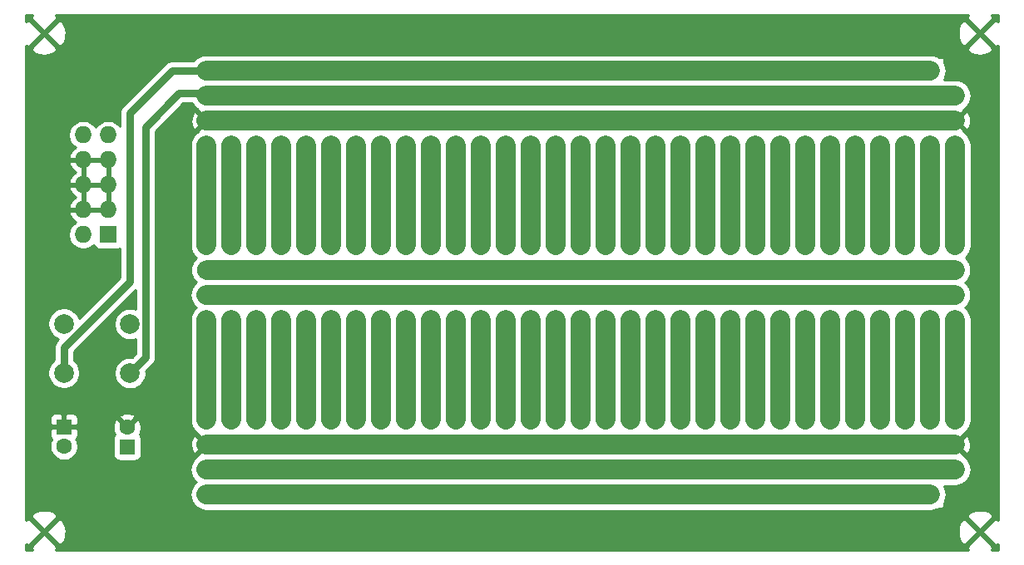
<source format=gbr>
G04 #@! TF.GenerationSoftware,KiCad,Pcbnew,5.1.5-52549c5~84~ubuntu18.04.1*
G04 #@! TF.CreationDate,2020-07-05T07:32:41-04:00*
G04 #@! TF.ProjectId,kosmo_proto,6b6f736d-6f5f-4707-926f-746f2e6b6963,rev?*
G04 #@! TF.SameCoordinates,Original*
G04 #@! TF.FileFunction,Copper,L2,Bot*
G04 #@! TF.FilePolarity,Positive*
%FSLAX46Y46*%
G04 Gerber Fmt 4.6, Leading zero omitted, Abs format (unit mm)*
G04 Created by KiCad (PCBNEW 5.1.5-52549c5~84~ubuntu18.04.1) date 2020-07-05 07:32:41*
%MOMM*%
%LPD*%
G04 APERTURE LIST*
%ADD10C,1.600000*%
%ADD11R,1.600000X1.600000*%
%ADD12C,1.905000*%
%ADD13O,1.727200X1.727200*%
%ADD14R,1.727200X1.727200*%
%ADD15C,2.000000*%
%ADD16C,2.032000*%
%ADD17C,0.750000*%
%ADD18C,0.254000*%
G04 APERTURE END LIST*
D10*
X50269000Y-97968000D03*
D11*
X50269000Y-95968000D03*
D10*
X56715000Y-96000000D03*
D11*
X56715000Y-98000000D03*
D12*
X140970000Y-100330000D03*
X140970000Y-97790000D03*
X140957300Y-82524600D03*
X140957300Y-79984600D03*
X140957300Y-87604600D03*
X140957300Y-92684600D03*
X140957300Y-90144600D03*
X140957300Y-95224600D03*
X140957300Y-85064600D03*
X140957300Y-67284600D03*
X140957300Y-77444600D03*
X140957300Y-69824600D03*
X140957300Y-72364600D03*
X140957300Y-74904600D03*
X140995000Y-64773000D03*
X140970000Y-62230000D03*
X110477300Y-82524600D03*
X118110000Y-59690000D03*
X130797300Y-74904600D03*
X107937300Y-90144600D03*
X138455000Y-64773000D03*
X130797300Y-77444600D03*
X120637300Y-90144600D03*
X120637300Y-72364600D03*
X128257300Y-72364600D03*
X133337300Y-85064600D03*
X125717300Y-69824600D03*
X107937300Y-74904600D03*
X105397300Y-72364600D03*
X135877300Y-77444600D03*
X107950000Y-62230000D03*
X107937300Y-87604600D03*
X135877300Y-72364600D03*
X138417300Y-87604600D03*
X118097300Y-90144600D03*
X138417300Y-77444600D03*
X125717300Y-82524600D03*
X138430000Y-100330000D03*
X110477300Y-92684600D03*
X105397300Y-74904600D03*
X133337300Y-72364600D03*
X135877300Y-82524600D03*
X128257300Y-82524600D03*
X118110000Y-102870000D03*
X123177300Y-87604600D03*
X115557300Y-77444600D03*
X125755000Y-64773000D03*
X113017300Y-79984600D03*
X120650000Y-59690000D03*
X130810000Y-62230000D03*
X125730000Y-102870000D03*
X135877300Y-67284600D03*
X118097300Y-92684600D03*
X123177300Y-79984600D03*
X133350000Y-59690000D03*
X138417300Y-79984600D03*
X125717300Y-90144600D03*
X123177300Y-67284600D03*
X125717300Y-79984600D03*
X118097300Y-87604600D03*
X105435000Y-64773000D03*
X118097300Y-74904600D03*
X123190000Y-97790000D03*
X133337300Y-79984600D03*
X128295000Y-64773000D03*
X130797300Y-90144600D03*
X113030000Y-95250000D03*
X110490000Y-97790000D03*
X120637300Y-69824600D03*
X133337300Y-82524600D03*
X115557300Y-79984600D03*
X113017300Y-67284600D03*
X133337300Y-69824600D03*
X128257300Y-87604600D03*
X125717300Y-85064600D03*
X110477300Y-79984600D03*
X115570000Y-95250000D03*
X113017300Y-90144600D03*
X115557300Y-82524600D03*
X130835000Y-64773000D03*
X105397300Y-79984600D03*
X120650000Y-97790000D03*
X138417300Y-67284600D03*
X105397300Y-82524600D03*
X130797300Y-85064600D03*
X123190000Y-95250000D03*
X118097300Y-82524600D03*
X107937300Y-67284600D03*
X123177300Y-77444600D03*
X125730000Y-95250000D03*
X138417300Y-85064600D03*
X133350000Y-102870000D03*
X113017300Y-87604600D03*
X130797300Y-79984600D03*
X135877300Y-90144600D03*
X125730000Y-97790000D03*
X107950000Y-102870000D03*
X115557300Y-90144600D03*
X118110000Y-97790000D03*
X123190000Y-100330000D03*
X118097300Y-79984600D03*
X115595000Y-64773000D03*
X107950000Y-97790000D03*
X123177300Y-90144600D03*
X138417300Y-72364600D03*
X113017300Y-92684600D03*
X113030000Y-59690000D03*
X118097300Y-67284600D03*
X138417300Y-74904600D03*
X107937300Y-69824600D03*
X107937300Y-82524600D03*
X128257300Y-79984600D03*
X125717300Y-74904600D03*
X110490000Y-100330000D03*
X105397300Y-77444600D03*
X110490000Y-62230000D03*
X110515000Y-64773000D03*
X138430000Y-62230000D03*
X120637300Y-92684600D03*
X105410000Y-102870000D03*
X130810000Y-100330000D03*
X120650000Y-100330000D03*
X110490000Y-95250000D03*
X133350000Y-62230000D03*
X128270000Y-100330000D03*
X115570000Y-97790000D03*
X133337300Y-90144600D03*
X135890000Y-102870000D03*
X130797300Y-69824600D03*
X107937300Y-77444600D03*
X133337300Y-92684600D03*
X113017300Y-74904600D03*
X123177300Y-82524600D03*
X123177300Y-72364600D03*
X130797300Y-82524600D03*
X105410000Y-100330000D03*
X130797300Y-72364600D03*
X123215000Y-64773000D03*
X115570000Y-59690000D03*
X138430000Y-95250000D03*
X110477300Y-90144600D03*
X130797300Y-87604600D03*
X130810000Y-95250000D03*
X113017300Y-69824600D03*
X135890000Y-62230000D03*
X130810000Y-102870000D03*
X115557300Y-69824600D03*
X107937300Y-85064600D03*
X133337300Y-74904600D03*
X105397300Y-67284600D03*
X118110000Y-62230000D03*
X107950000Y-59690000D03*
X128270000Y-97790000D03*
X128270000Y-59690000D03*
X138430000Y-102870000D03*
X110477300Y-77444600D03*
X138417300Y-82524600D03*
X125717300Y-87604600D03*
X105397300Y-92684600D03*
X113017300Y-72364600D03*
X138417300Y-90144600D03*
X107950000Y-100330000D03*
X110477300Y-74904600D03*
X107937300Y-92684600D03*
X128257300Y-90144600D03*
X115557300Y-74904600D03*
X125717300Y-72364600D03*
X113017300Y-77444600D03*
X138417300Y-69824600D03*
X120637300Y-74904600D03*
X107950000Y-95250000D03*
X105397300Y-85064600D03*
X128257300Y-77444600D03*
X123190000Y-62230000D03*
X135890000Y-97790000D03*
X135877300Y-69824600D03*
X123177300Y-85064600D03*
X118097300Y-85064600D03*
X128270000Y-62230000D03*
X128257300Y-85064600D03*
X135890000Y-100330000D03*
X113017300Y-82524600D03*
X107937300Y-79984600D03*
X133375000Y-64773000D03*
X113030000Y-62230000D03*
X135915000Y-64773000D03*
X123177300Y-69824600D03*
X128270000Y-95250000D03*
X113030000Y-102870000D03*
X110477300Y-87604600D03*
X133350000Y-95250000D03*
X105397300Y-69824600D03*
X110477300Y-69824600D03*
X115570000Y-62230000D03*
X115557300Y-72364600D03*
X123190000Y-102870000D03*
X138430000Y-97790000D03*
X115557300Y-92684600D03*
X135877300Y-74904600D03*
X130810000Y-97790000D03*
X107975000Y-64773000D03*
X115557300Y-87604600D03*
X123177300Y-92684600D03*
X128257300Y-67284600D03*
X128270000Y-102870000D03*
X115570000Y-102870000D03*
X105397300Y-87604600D03*
X118110000Y-100330000D03*
X128257300Y-69824600D03*
X130797300Y-67284600D03*
X120650000Y-62230000D03*
X118097300Y-72364600D03*
X115557300Y-85064600D03*
X120637300Y-77444600D03*
X113030000Y-97790000D03*
X120650000Y-102870000D03*
X125730000Y-62230000D03*
X125717300Y-92684600D03*
X125717300Y-77444600D03*
X118097300Y-69824600D03*
X135877300Y-92684600D03*
X133350000Y-97790000D03*
X118097300Y-77444600D03*
X130810000Y-59690000D03*
X105410000Y-59690000D03*
X105410000Y-95250000D03*
X120637300Y-82524600D03*
X110477300Y-85064600D03*
X135877300Y-85064600D03*
X120637300Y-79984600D03*
X128257300Y-92684600D03*
X110477300Y-67284600D03*
X135890000Y-59690000D03*
X118110000Y-95250000D03*
X123190000Y-59690000D03*
X118135000Y-64773000D03*
X123177300Y-74904600D03*
X125717300Y-67284600D03*
X133337300Y-87604600D03*
X120637300Y-85064600D03*
X130797300Y-92684600D03*
X105397300Y-90144600D03*
X105410000Y-62230000D03*
X125730000Y-100330000D03*
X113055000Y-64773000D03*
X120650000Y-95250000D03*
X133350000Y-100330000D03*
X110490000Y-102870000D03*
X113030000Y-100330000D03*
X113017300Y-85064600D03*
X135877300Y-79984600D03*
X138430000Y-59690000D03*
X133337300Y-67284600D03*
X110490000Y-59690000D03*
X135877300Y-87604600D03*
X133337300Y-77444600D03*
X115570000Y-100330000D03*
X138417300Y-92684600D03*
X120637300Y-67284600D03*
X120675000Y-64773000D03*
X107937300Y-72364600D03*
X120637300Y-87604600D03*
X128257300Y-74904600D03*
X105410000Y-97790000D03*
X135890000Y-95250000D03*
X125730000Y-59690000D03*
X115557300Y-67284600D03*
X110477300Y-72364600D03*
X100317300Y-74904600D03*
X100317300Y-77444600D03*
X97777300Y-72364600D03*
X102857300Y-85064600D03*
X95237300Y-69824600D03*
X95237300Y-82524600D03*
X102857300Y-72364600D03*
X97777300Y-82524600D03*
X95275000Y-64773000D03*
X100330000Y-62230000D03*
X95250000Y-102870000D03*
X102870000Y-59690000D03*
X95237300Y-90144600D03*
X95237300Y-79984600D03*
X102857300Y-79984600D03*
X97815000Y-64773000D03*
X100317300Y-90144600D03*
X102857300Y-82524600D03*
X102857300Y-69824600D03*
X97777300Y-87604600D03*
X95237300Y-85064600D03*
X100355000Y-64773000D03*
X100317300Y-85064600D03*
X95250000Y-95250000D03*
X102870000Y-102870000D03*
X100317300Y-79984600D03*
X95250000Y-97790000D03*
X97777300Y-79984600D03*
X95237300Y-74904600D03*
X100330000Y-100330000D03*
X102870000Y-62230000D03*
X97790000Y-100330000D03*
X102857300Y-90144600D03*
X100317300Y-69824600D03*
X102857300Y-92684600D03*
X100317300Y-82524600D03*
X100317300Y-72364600D03*
X100317300Y-87604600D03*
X100330000Y-95250000D03*
X100330000Y-102870000D03*
X102857300Y-74904600D03*
X97790000Y-97790000D03*
X97790000Y-59690000D03*
X95237300Y-87604600D03*
X97777300Y-90144600D03*
X95237300Y-72364600D03*
X97777300Y-77444600D03*
X97790000Y-62230000D03*
X97777300Y-85064600D03*
X102895000Y-64773000D03*
X97790000Y-95250000D03*
X102870000Y-95250000D03*
X100330000Y-97790000D03*
X97777300Y-67284600D03*
X97790000Y-102870000D03*
X97777300Y-69824600D03*
X100317300Y-67284600D03*
X95250000Y-62230000D03*
X95237300Y-92684600D03*
X95237300Y-77444600D03*
X102870000Y-97790000D03*
X100330000Y-59690000D03*
X97777300Y-92684600D03*
X95237300Y-67284600D03*
X102857300Y-87604600D03*
X100317300Y-92684600D03*
X95250000Y-100330000D03*
X102870000Y-100330000D03*
X102857300Y-67284600D03*
X102857300Y-77444600D03*
X97777300Y-74904600D03*
X95250000Y-59690000D03*
X87630000Y-59690000D03*
X90157300Y-90144600D03*
X90157300Y-72364600D03*
X87617300Y-90144600D03*
X87630000Y-102870000D03*
X92697300Y-87604600D03*
X85077300Y-77444600D03*
X90170000Y-59690000D03*
X87617300Y-92684600D03*
X92697300Y-79984600D03*
X92697300Y-67284600D03*
X87617300Y-87604600D03*
X87617300Y-74904600D03*
X92710000Y-97790000D03*
X90157300Y-69824600D03*
X85077300Y-79984600D03*
X85090000Y-95250000D03*
X85077300Y-82524600D03*
X90170000Y-97790000D03*
X92710000Y-95250000D03*
X87617300Y-82524600D03*
X92697300Y-77444600D03*
X85077300Y-90144600D03*
X87630000Y-97790000D03*
X92710000Y-100330000D03*
X87617300Y-79984600D03*
X85115000Y-64773000D03*
X92697300Y-90144600D03*
X87617300Y-67284600D03*
X90157300Y-92684600D03*
X90170000Y-100330000D03*
X85090000Y-97790000D03*
X92697300Y-82524600D03*
X92697300Y-72364600D03*
X92735000Y-64773000D03*
X85090000Y-59690000D03*
X85077300Y-69824600D03*
X87630000Y-62230000D03*
X85077300Y-74904600D03*
X90157300Y-74904600D03*
X92710000Y-62230000D03*
X92697300Y-85064600D03*
X87617300Y-85064600D03*
X92697300Y-69824600D03*
X85090000Y-62230000D03*
X85077300Y-72364600D03*
X92710000Y-102870000D03*
X85077300Y-92684600D03*
X85077300Y-87604600D03*
X92697300Y-92684600D03*
X85090000Y-102870000D03*
X87630000Y-100330000D03*
X90170000Y-62230000D03*
X87617300Y-72364600D03*
X85077300Y-85064600D03*
X90157300Y-77444600D03*
X90170000Y-102870000D03*
X87617300Y-69824600D03*
X87617300Y-77444600D03*
X90157300Y-82524600D03*
X90157300Y-79984600D03*
X87630000Y-95250000D03*
X92710000Y-59690000D03*
X87655000Y-64773000D03*
X92697300Y-74904600D03*
X90157300Y-85064600D03*
X90170000Y-95250000D03*
X85090000Y-100330000D03*
X90157300Y-67284600D03*
X90195000Y-64773000D03*
X90157300Y-87604600D03*
X85077300Y-67284600D03*
X79997300Y-82524600D03*
X77457300Y-90144600D03*
X77457300Y-74904600D03*
X74917300Y-72364600D03*
X77470000Y-62230000D03*
X77457300Y-87604600D03*
X79997300Y-92684600D03*
X74917300Y-74904600D03*
X82537300Y-79984600D03*
X74955000Y-64773000D03*
X82550000Y-95250000D03*
X80010000Y-97790000D03*
X82537300Y-67284600D03*
X79997300Y-79984600D03*
X82537300Y-90144600D03*
X74917300Y-79984600D03*
X74917300Y-82524600D03*
X77457300Y-67284600D03*
X82537300Y-87604600D03*
X77470000Y-102870000D03*
X77470000Y-97790000D03*
X82537300Y-92684600D03*
X82550000Y-59690000D03*
X77457300Y-69824600D03*
X77457300Y-82524600D03*
X80010000Y-100330000D03*
X74917300Y-77444600D03*
X80010000Y-62230000D03*
X80035000Y-64773000D03*
X74930000Y-102870000D03*
X80010000Y-95250000D03*
X77457300Y-77444600D03*
X82537300Y-74904600D03*
X74930000Y-100330000D03*
X79997300Y-90144600D03*
X82537300Y-69824600D03*
X77457300Y-85064600D03*
X74917300Y-67284600D03*
X77470000Y-59690000D03*
X79997300Y-77444600D03*
X74917300Y-92684600D03*
X82537300Y-72364600D03*
X77470000Y-100330000D03*
X79997300Y-74904600D03*
X77457300Y-92684600D03*
X82537300Y-77444600D03*
X77470000Y-95250000D03*
X74917300Y-85064600D03*
X82537300Y-82524600D03*
X77457300Y-79984600D03*
X82550000Y-62230000D03*
X82550000Y-102870000D03*
X79997300Y-87604600D03*
X74917300Y-69824600D03*
X79997300Y-69824600D03*
X77495000Y-64773000D03*
X74917300Y-87604600D03*
X82550000Y-97790000D03*
X74930000Y-59690000D03*
X74930000Y-95250000D03*
X79997300Y-85064600D03*
X79997300Y-67284600D03*
X74917300Y-90144600D03*
X74930000Y-62230000D03*
X82575000Y-64773000D03*
X80010000Y-102870000D03*
X82550000Y-100330000D03*
X82537300Y-85064600D03*
X80010000Y-59690000D03*
X77457300Y-72364600D03*
X74930000Y-97790000D03*
X79997300Y-72364600D03*
X72377300Y-82524600D03*
X72377300Y-92684600D03*
X72390000Y-97790000D03*
X72377300Y-79984600D03*
X72390000Y-100330000D03*
X72390000Y-62230000D03*
X72415000Y-64773000D03*
X72390000Y-95250000D03*
X72377300Y-90144600D03*
X72377300Y-77444600D03*
X72377300Y-74904600D03*
X72377300Y-87604600D03*
X72377300Y-69824600D03*
X72377300Y-85064600D03*
X72377300Y-67284600D03*
X72390000Y-102870000D03*
X72390000Y-59690000D03*
X72377300Y-72364600D03*
X69837300Y-90144600D03*
X69837300Y-74904600D03*
X69850000Y-62230000D03*
X69837300Y-87604600D03*
X69837300Y-67284600D03*
X69850000Y-102870000D03*
X69850000Y-97790000D03*
X69837300Y-69824600D03*
X69837300Y-82524600D03*
X69837300Y-77444600D03*
X69837300Y-85064600D03*
X69850000Y-59690000D03*
X69850000Y-100330000D03*
X69837300Y-92684600D03*
X69850000Y-95250000D03*
X69837300Y-79984600D03*
X69875000Y-64773000D03*
X69837300Y-72364600D03*
X67297300Y-72364600D03*
X67297300Y-74904600D03*
X67335000Y-64773000D03*
X67297300Y-79984600D03*
X67297300Y-82524600D03*
X67297300Y-77444600D03*
X67310000Y-102870000D03*
X67310000Y-100330000D03*
X67297300Y-67284600D03*
X67297300Y-92684600D03*
X67297300Y-85064600D03*
X67297300Y-69824600D03*
X67297300Y-87604600D03*
X67310000Y-59690000D03*
X67310000Y-95250000D03*
X67297300Y-90144600D03*
X67310000Y-62230000D03*
X67310000Y-97790000D03*
X64757300Y-67284600D03*
X64757300Y-69824600D03*
X64757300Y-72364600D03*
X64757300Y-74904600D03*
X64757300Y-77444600D03*
X64757300Y-79984600D03*
X64757300Y-82524600D03*
X64757300Y-85064600D03*
X64757300Y-87604600D03*
X64757300Y-90144600D03*
X64757300Y-92684600D03*
D13*
X52245000Y-66230000D03*
X54785000Y-66230000D03*
X52245000Y-68770000D03*
X54785000Y-68770000D03*
X52245000Y-71310000D03*
X54785000Y-71310000D03*
X52245000Y-73850000D03*
X54785000Y-73850000D03*
X52245000Y-76390000D03*
D14*
X54785000Y-76390000D03*
D12*
X64770000Y-59690000D03*
X64770000Y-102870000D03*
X64795000Y-64773000D03*
X64770000Y-97790000D03*
X64770000Y-62230000D03*
X64770000Y-100330000D03*
D15*
X50269000Y-85468000D03*
X50269000Y-90468000D03*
X57000000Y-85500000D03*
X57000000Y-90500000D03*
D12*
X64770000Y-95250000D03*
D16*
X67297300Y-79984600D02*
X64820809Y-79984600D01*
X67297300Y-67284600D02*
X67297300Y-77444600D01*
X64770000Y-67310000D02*
X64770000Y-77470000D01*
X69850000Y-67310000D02*
X69850000Y-77470000D01*
X72390000Y-67310000D02*
X72390000Y-77470000D01*
X72390000Y-67310000D02*
X72390000Y-77470000D01*
X64770000Y-67310000D02*
X64770000Y-77470000D01*
X69850000Y-67310000D02*
X69850000Y-77470000D01*
X67297300Y-67284600D02*
X67297300Y-77444600D01*
X74930000Y-67310000D02*
X74930000Y-77470000D01*
X80010000Y-67310000D02*
X80010000Y-77470000D01*
X77457300Y-67284600D02*
X77457300Y-77444600D01*
X82550000Y-67310000D02*
X82550000Y-77470000D01*
X90170000Y-67310000D02*
X90170000Y-77470000D01*
X85090000Y-67310000D02*
X85090000Y-77470000D01*
X92710000Y-67310000D02*
X92710000Y-77470000D01*
X87617300Y-67284600D02*
X87617300Y-77444600D01*
X97777300Y-67284600D02*
X97777300Y-77444600D01*
X100330000Y-67310000D02*
X100330000Y-77470000D01*
X102870000Y-67310000D02*
X102870000Y-77470000D01*
X95250000Y-67310000D02*
X95250000Y-77470000D01*
X110490000Y-67310000D02*
X110490000Y-77470000D01*
X105410000Y-67310000D02*
X105410000Y-77470000D01*
X113030000Y-67310000D02*
X113030000Y-77470000D01*
X107937300Y-67284600D02*
X107937300Y-77444600D01*
X123190000Y-67310000D02*
X123190000Y-77470000D01*
X118097300Y-67284600D02*
X118097300Y-77444600D01*
X115570000Y-67310000D02*
X115570000Y-77470000D01*
X120650000Y-67310000D02*
X120650000Y-77470000D01*
X133350000Y-67310000D02*
X133350000Y-77470000D01*
X125730000Y-67310000D02*
X125730000Y-77470000D01*
X130810000Y-67310000D02*
X130810000Y-77470000D01*
X128257300Y-67284600D02*
X128257300Y-77444600D01*
X133350000Y-85090000D02*
X133350000Y-95250000D01*
X128257300Y-85064600D02*
X128257300Y-95224600D01*
X125730000Y-85090000D02*
X125730000Y-95250000D01*
X130810000Y-85090000D02*
X130810000Y-95250000D01*
X120650000Y-85090000D02*
X120650000Y-95250000D01*
X118097300Y-85064600D02*
X118097300Y-95224600D01*
X115570000Y-85090000D02*
X115570000Y-95250000D01*
X123190000Y-85090000D02*
X123190000Y-95250000D01*
X110490000Y-85090000D02*
X110490000Y-95250000D01*
X105410000Y-85090000D02*
X105410000Y-95250000D01*
X113030000Y-85090000D02*
X113030000Y-95250000D01*
X107937300Y-85064600D02*
X107937300Y-95224600D01*
X102870000Y-85090000D02*
X102870000Y-95250000D01*
X95250000Y-85090000D02*
X95250000Y-95250000D01*
X97777300Y-85064600D02*
X97777300Y-95224600D01*
X100330000Y-85090000D02*
X100330000Y-95250000D01*
X85090000Y-85090000D02*
X85090000Y-95250000D01*
X90170000Y-85090000D02*
X90170000Y-95250000D01*
X87617300Y-85064600D02*
X87617300Y-95224600D01*
X92710000Y-85090000D02*
X92710000Y-95250000D01*
X74930000Y-85090000D02*
X74930000Y-95250000D01*
X82550000Y-85090000D02*
X82550000Y-95250000D01*
X80010000Y-85090000D02*
X80010000Y-95250000D01*
X77457300Y-85064600D02*
X77457300Y-95224600D01*
X72390000Y-85090000D02*
X72390000Y-95250000D01*
X69850000Y-85090000D02*
X69850000Y-95250000D01*
X67297300Y-85064600D02*
X67297300Y-95224600D01*
X64770000Y-85090000D02*
X64770000Y-95250000D01*
X138430000Y-67310000D02*
X138430000Y-77470000D01*
X138417300Y-85064600D02*
X138417300Y-95224600D01*
X135890000Y-85090000D02*
X135890000Y-95250000D01*
X135890000Y-67310000D02*
X135890000Y-77470000D01*
X140970000Y-67310000D02*
X140970000Y-77470000D01*
X140970000Y-85090000D02*
X140970000Y-95250000D01*
X140957300Y-82524600D02*
X64757300Y-82524600D01*
X140957300Y-79984600D02*
X138417300Y-79984600D01*
X67297300Y-79984600D02*
X140957300Y-79984600D01*
X64770000Y-97790000D02*
X140970000Y-97790000D01*
X64795000Y-64773000D02*
X140995000Y-64773000D01*
X64770000Y-100330000D02*
X140970000Y-100330000D01*
X140970000Y-62230000D02*
X64770000Y-62230000D01*
D17*
X62000000Y-62000000D02*
X64540000Y-62000000D01*
X58575001Y-65424999D02*
X62000000Y-62000000D01*
X57000000Y-90500000D02*
X58575001Y-88924999D01*
X64540000Y-62000000D02*
X64770000Y-62230000D01*
X58575001Y-88924999D02*
X58575001Y-65424999D01*
D16*
X64770000Y-59690000D02*
X138430000Y-59690000D01*
X138430000Y-102870000D02*
X64770000Y-102870000D01*
D17*
X61310000Y-59690000D02*
X64770000Y-59690000D01*
X57000000Y-64000000D02*
X61310000Y-59690000D01*
X57000000Y-81160000D02*
X57000000Y-64000000D01*
X50269000Y-90468000D02*
X50269000Y-87891000D01*
X50269000Y-87891000D02*
X57000000Y-81160000D01*
D18*
G36*
X46876761Y-54317155D02*
G01*
X48260000Y-55700395D01*
X49643239Y-54317155D01*
X49479656Y-54000000D01*
X142290344Y-54000000D01*
X142126761Y-54317155D01*
X143510000Y-55700395D01*
X144893239Y-54317155D01*
X144729656Y-54000000D01*
X145390000Y-54000000D01*
X145390000Y-54660344D01*
X145072845Y-54496761D01*
X143689605Y-55880000D01*
X145072845Y-57263239D01*
X145390000Y-57099656D01*
X145390001Y-105460345D01*
X145072845Y-105296761D01*
X143689605Y-106680000D01*
X145072845Y-108063239D01*
X145390001Y-107899655D01*
X145390001Y-108560000D01*
X144729656Y-108560000D01*
X144893239Y-108242845D01*
X143510000Y-106859605D01*
X142126761Y-108242845D01*
X142290344Y-108560000D01*
X49479656Y-108560000D01*
X49643239Y-108242845D01*
X48260000Y-106859605D01*
X46876761Y-108242845D01*
X47040344Y-108560000D01*
X46380000Y-108560000D01*
X46380000Y-107899656D01*
X46697155Y-108063239D01*
X48080395Y-106680000D01*
X48439605Y-106680000D01*
X49822845Y-108063239D01*
X50148643Y-107895198D01*
X50349426Y-107503393D01*
X50469914Y-107079945D01*
X50499175Y-106718873D01*
X141264524Y-106718873D01*
X141315254Y-107156197D01*
X141450326Y-107575221D01*
X141621357Y-107895198D01*
X141947155Y-108063239D01*
X143330395Y-106680000D01*
X141947155Y-105296761D01*
X141621357Y-105464802D01*
X141420574Y-105856607D01*
X141300086Y-106280055D01*
X141264524Y-106718873D01*
X50499175Y-106718873D01*
X50505476Y-106641127D01*
X50454746Y-106203803D01*
X50319674Y-105784779D01*
X50148643Y-105464802D01*
X49822845Y-105296761D01*
X48439605Y-106680000D01*
X48080395Y-106680000D01*
X46697155Y-105296761D01*
X46380000Y-105460344D01*
X46380000Y-105117155D01*
X46876761Y-105117155D01*
X48260000Y-106500395D01*
X49643239Y-105117155D01*
X142126761Y-105117155D01*
X143510000Y-106500395D01*
X144893239Y-105117155D01*
X144725198Y-104791357D01*
X144333393Y-104590574D01*
X143909945Y-104470086D01*
X143471127Y-104434524D01*
X143033803Y-104485254D01*
X142614779Y-104620326D01*
X142294802Y-104791357D01*
X142126761Y-105117155D01*
X49643239Y-105117155D01*
X49475198Y-104791357D01*
X49083393Y-104590574D01*
X48659945Y-104470086D01*
X48221127Y-104434524D01*
X47783803Y-104485254D01*
X47364779Y-104620326D01*
X47044802Y-104791357D01*
X46876761Y-105117155D01*
X46380000Y-105117155D01*
X46380000Y-96768000D01*
X48830928Y-96768000D01*
X48843188Y-96892482D01*
X48879498Y-97012180D01*
X48938463Y-97122494D01*
X49017815Y-97219185D01*
X49034393Y-97232790D01*
X48997320Y-97288273D01*
X48889147Y-97549426D01*
X48834000Y-97826665D01*
X48834000Y-98109335D01*
X48889147Y-98386574D01*
X48997320Y-98647727D01*
X49154363Y-98882759D01*
X49354241Y-99082637D01*
X49589273Y-99239680D01*
X49850426Y-99347853D01*
X50127665Y-99403000D01*
X50410335Y-99403000D01*
X50687574Y-99347853D01*
X50948727Y-99239680D01*
X51183759Y-99082637D01*
X51383637Y-98882759D01*
X51540680Y-98647727D01*
X51648853Y-98386574D01*
X51704000Y-98109335D01*
X51704000Y-97826665D01*
X51648853Y-97549426D01*
X51540680Y-97288273D01*
X51503607Y-97232790D01*
X51520185Y-97219185D01*
X51599537Y-97122494D01*
X51658502Y-97012180D01*
X51694812Y-96892482D01*
X51707072Y-96768000D01*
X51704000Y-96253750D01*
X51545250Y-96095000D01*
X50396000Y-96095000D01*
X50396000Y-96115000D01*
X50142000Y-96115000D01*
X50142000Y-96095000D01*
X48992750Y-96095000D01*
X48834000Y-96253750D01*
X48830928Y-96768000D01*
X46380000Y-96768000D01*
X46380000Y-96070512D01*
X55274783Y-96070512D01*
X55316213Y-96350130D01*
X55411397Y-96616292D01*
X55476616Y-96738309D01*
X55463815Y-96748815D01*
X55384463Y-96845506D01*
X55325498Y-96955820D01*
X55289188Y-97075518D01*
X55276928Y-97200000D01*
X55276928Y-98800000D01*
X55289188Y-98924482D01*
X55325498Y-99044180D01*
X55384463Y-99154494D01*
X55463815Y-99251185D01*
X55560506Y-99330537D01*
X55670820Y-99389502D01*
X55790518Y-99425812D01*
X55915000Y-99438072D01*
X57515000Y-99438072D01*
X57639482Y-99425812D01*
X57759180Y-99389502D01*
X57869494Y-99330537D01*
X57966185Y-99251185D01*
X58045537Y-99154494D01*
X58104502Y-99044180D01*
X58140812Y-98924482D01*
X58153072Y-98800000D01*
X58153072Y-97854474D01*
X63176123Y-97854474D01*
X63219328Y-98164185D01*
X63322123Y-98459516D01*
X63408919Y-98621902D01*
X63668465Y-98711930D01*
X64590395Y-97790000D01*
X63668465Y-96868070D01*
X63408919Y-96958098D01*
X63272776Y-97239616D01*
X63194171Y-97542286D01*
X63176123Y-97854474D01*
X58153072Y-97854474D01*
X58153072Y-97200000D01*
X58140812Y-97075518D01*
X58104502Y-96955820D01*
X58045537Y-96845506D01*
X57966185Y-96748815D01*
X57953242Y-96738193D01*
X58072571Y-96486004D01*
X58141300Y-96211816D01*
X58155217Y-95929488D01*
X58113787Y-95649870D01*
X58018603Y-95383708D01*
X57951671Y-95258486D01*
X57707702Y-95186903D01*
X56894605Y-96000000D01*
X56908748Y-96014143D01*
X56729143Y-96193748D01*
X56715000Y-96179605D01*
X56700858Y-96193748D01*
X56521253Y-96014143D01*
X56535395Y-96000000D01*
X55722298Y-95186903D01*
X55478329Y-95258486D01*
X55357429Y-95513996D01*
X55288700Y-95788184D01*
X55274783Y-96070512D01*
X46380000Y-96070512D01*
X46380000Y-95168000D01*
X48830928Y-95168000D01*
X48834000Y-95682250D01*
X48992750Y-95841000D01*
X50142000Y-95841000D01*
X50142000Y-94691750D01*
X50396000Y-94691750D01*
X50396000Y-95841000D01*
X51545250Y-95841000D01*
X51704000Y-95682250D01*
X51707072Y-95168000D01*
X51694812Y-95043518D01*
X51683825Y-95007298D01*
X55901903Y-95007298D01*
X56715000Y-95820395D01*
X57528097Y-95007298D01*
X57456514Y-94763329D01*
X57201004Y-94642429D01*
X56926816Y-94573700D01*
X56644488Y-94559783D01*
X56364870Y-94601213D01*
X56098708Y-94696397D01*
X55973486Y-94763329D01*
X55901903Y-95007298D01*
X51683825Y-95007298D01*
X51658502Y-94923820D01*
X51599537Y-94813506D01*
X51520185Y-94716815D01*
X51423494Y-94637463D01*
X51313180Y-94578498D01*
X51193482Y-94542188D01*
X51069000Y-94529928D01*
X50554750Y-94533000D01*
X50396000Y-94691750D01*
X50142000Y-94691750D01*
X49983250Y-94533000D01*
X49469000Y-94529928D01*
X49344518Y-94542188D01*
X49224820Y-94578498D01*
X49114506Y-94637463D01*
X49017815Y-94716815D01*
X48938463Y-94813506D01*
X48879498Y-94923820D01*
X48843188Y-95043518D01*
X48830928Y-95168000D01*
X46380000Y-95168000D01*
X46380000Y-85306967D01*
X48634000Y-85306967D01*
X48634000Y-85629033D01*
X48696832Y-85944912D01*
X48820082Y-86242463D01*
X48999013Y-86510252D01*
X49226748Y-86737987D01*
X49494537Y-86916918D01*
X49720945Y-87010700D01*
X49589901Y-87141744D01*
X49551368Y-87173367D01*
X49519745Y-87211900D01*
X49519744Y-87211901D01*
X49425154Y-87327160D01*
X49331368Y-87502621D01*
X49273615Y-87693006D01*
X49254114Y-87891000D01*
X49259001Y-87940617D01*
X49259001Y-89176463D01*
X49226748Y-89198013D01*
X48999013Y-89425748D01*
X48820082Y-89693537D01*
X48696832Y-89991088D01*
X48634000Y-90306967D01*
X48634000Y-90629033D01*
X48696832Y-90944912D01*
X48820082Y-91242463D01*
X48999013Y-91510252D01*
X49226748Y-91737987D01*
X49494537Y-91916918D01*
X49792088Y-92040168D01*
X50107967Y-92103000D01*
X50430033Y-92103000D01*
X50745912Y-92040168D01*
X51043463Y-91916918D01*
X51311252Y-91737987D01*
X51538987Y-91510252D01*
X51717918Y-91242463D01*
X51841168Y-90944912D01*
X51904000Y-90629033D01*
X51904000Y-90306967D01*
X51841168Y-89991088D01*
X51717918Y-89693537D01*
X51538987Y-89425748D01*
X51311252Y-89198013D01*
X51279000Y-89176463D01*
X51279000Y-88309355D01*
X57565001Y-82023355D01*
X57565001Y-83964320D01*
X57476912Y-83927832D01*
X57161033Y-83865000D01*
X56838967Y-83865000D01*
X56523088Y-83927832D01*
X56225537Y-84051082D01*
X55957748Y-84230013D01*
X55730013Y-84457748D01*
X55551082Y-84725537D01*
X55427832Y-85023088D01*
X55365000Y-85338967D01*
X55365000Y-85661033D01*
X55427832Y-85976912D01*
X55551082Y-86274463D01*
X55730013Y-86542252D01*
X55957748Y-86769987D01*
X56225537Y-86948918D01*
X56523088Y-87072168D01*
X56838967Y-87135000D01*
X57161033Y-87135000D01*
X57476912Y-87072168D01*
X57565001Y-87035680D01*
X57565001Y-88506643D01*
X57199077Y-88872567D01*
X57161033Y-88865000D01*
X56838967Y-88865000D01*
X56523088Y-88927832D01*
X56225537Y-89051082D01*
X55957748Y-89230013D01*
X55730013Y-89457748D01*
X55551082Y-89725537D01*
X55427832Y-90023088D01*
X55365000Y-90338967D01*
X55365000Y-90661033D01*
X55427832Y-90976912D01*
X55551082Y-91274463D01*
X55730013Y-91542252D01*
X55957748Y-91769987D01*
X56225537Y-91948918D01*
X56523088Y-92072168D01*
X56838967Y-92135000D01*
X57161033Y-92135000D01*
X57476912Y-92072168D01*
X57774463Y-91948918D01*
X58042252Y-91769987D01*
X58269987Y-91542252D01*
X58448918Y-91274463D01*
X58572168Y-90976912D01*
X58635000Y-90661033D01*
X58635000Y-90338967D01*
X58627433Y-90300923D01*
X59254100Y-89674255D01*
X59292634Y-89642632D01*
X59418848Y-89488839D01*
X59512633Y-89313379D01*
X59549423Y-89192100D01*
X59570386Y-89122994D01*
X59589887Y-88924999D01*
X59585001Y-88875391D01*
X59585001Y-65843354D01*
X60590881Y-64837474D01*
X63201123Y-64837474D01*
X63244328Y-65147185D01*
X63347123Y-65442516D01*
X63433919Y-65604902D01*
X63693465Y-65694930D01*
X64615395Y-64773000D01*
X63693465Y-63851070D01*
X63433919Y-63941098D01*
X63297776Y-64222616D01*
X63219171Y-64525286D01*
X63201123Y-64837474D01*
X60590881Y-64837474D01*
X62418355Y-63010000D01*
X63314870Y-63010000D01*
X63390602Y-63151684D01*
X63596918Y-63403082D01*
X63848316Y-63609398D01*
X63887360Y-63630268D01*
X63873070Y-63671465D01*
X64643000Y-64441395D01*
X64643000Y-65104605D01*
X63873070Y-65874535D01*
X63885604Y-65910671D01*
X63848316Y-65930602D01*
X63596918Y-66136918D01*
X63390602Y-66388317D01*
X63237295Y-66675134D01*
X63142889Y-66986348D01*
X63119000Y-67228897D01*
X63119001Y-77551104D01*
X63142890Y-77793653D01*
X63237296Y-78104867D01*
X63390603Y-78391684D01*
X63596919Y-78643082D01*
X63724943Y-78748148D01*
X63647727Y-78811518D01*
X63441411Y-79062916D01*
X63351562Y-79231012D01*
X63350476Y-79232637D01*
X63349728Y-79234442D01*
X63288104Y-79349733D01*
X63250156Y-79474831D01*
X63230807Y-79521543D01*
X63220943Y-79571133D01*
X63193698Y-79660947D01*
X63184499Y-79754351D01*
X63169800Y-79828245D01*
X63169800Y-79903588D01*
X63161821Y-79984600D01*
X63169800Y-80065612D01*
X63169800Y-80140955D01*
X63184499Y-80214849D01*
X63193698Y-80308253D01*
X63220943Y-80398067D01*
X63230807Y-80447657D01*
X63250156Y-80494369D01*
X63288104Y-80619467D01*
X63349728Y-80734758D01*
X63350476Y-80736563D01*
X63351562Y-80738188D01*
X63441411Y-80906284D01*
X63647727Y-81157682D01*
X63734068Y-81228540D01*
X63584218Y-81351518D01*
X63377902Y-81602916D01*
X63224595Y-81889733D01*
X63130189Y-82200947D01*
X63098312Y-82524600D01*
X63130189Y-82848253D01*
X63224595Y-83159467D01*
X63377902Y-83446284D01*
X63584218Y-83697682D01*
X63724139Y-83812511D01*
X63596918Y-83916918D01*
X63390602Y-84168317D01*
X63237295Y-84455134D01*
X63142889Y-84766348D01*
X63119000Y-85008897D01*
X63119001Y-95331104D01*
X63142890Y-95573653D01*
X63237296Y-95884867D01*
X63390603Y-96171684D01*
X63596919Y-96423082D01*
X63848317Y-96629398D01*
X63865393Y-96638525D01*
X63848070Y-96688465D01*
X64643000Y-97483395D01*
X64643000Y-98096605D01*
X63848070Y-98891535D01*
X63865392Y-98941474D01*
X63848316Y-98950602D01*
X63596918Y-99156918D01*
X63390602Y-99408316D01*
X63237295Y-99695133D01*
X63142889Y-100006347D01*
X63111012Y-100330000D01*
X63142889Y-100653653D01*
X63237295Y-100964867D01*
X63390602Y-101251684D01*
X63596918Y-101503082D01*
X63715014Y-101600000D01*
X63596918Y-101696918D01*
X63390602Y-101948316D01*
X63237295Y-102235133D01*
X63142889Y-102546347D01*
X63111012Y-102870000D01*
X63142889Y-103193653D01*
X63237295Y-103504867D01*
X63390602Y-103791684D01*
X63596918Y-104043082D01*
X63848316Y-104249398D01*
X64135133Y-104402705D01*
X64446347Y-104497111D01*
X64688896Y-104521000D01*
X138511104Y-104521000D01*
X138753653Y-104497111D01*
X139064867Y-104402705D01*
X139318753Y-104267000D01*
X139700000Y-104267000D01*
X139724776Y-104264560D01*
X139748601Y-104257333D01*
X139770557Y-104245597D01*
X139789803Y-104229803D01*
X139805597Y-104210557D01*
X139817333Y-104188601D01*
X139824560Y-104164776D01*
X139827000Y-104140000D01*
X139827000Y-103758753D01*
X139962705Y-103504867D01*
X140057111Y-103193653D01*
X140088988Y-102870000D01*
X140057111Y-102546347D01*
X139962705Y-102235133D01*
X139827000Y-101981247D01*
X139827000Y-101981000D01*
X141051104Y-101981000D01*
X141293653Y-101957111D01*
X141604867Y-101862705D01*
X141891684Y-101709398D01*
X142143082Y-101503082D01*
X142349398Y-101251684D01*
X142502705Y-100964867D01*
X142597111Y-100653653D01*
X142628988Y-100330000D01*
X142597111Y-100006347D01*
X142502705Y-99695133D01*
X142349398Y-99408316D01*
X142143082Y-99156918D01*
X141891684Y-98950602D01*
X141874608Y-98941474D01*
X141891930Y-98891535D01*
X141097000Y-98096605D01*
X141097000Y-97790000D01*
X141149605Y-97790000D01*
X142071535Y-98711930D01*
X142331081Y-98621902D01*
X142467224Y-98340384D01*
X142545829Y-98037714D01*
X142563877Y-97725526D01*
X142520672Y-97415815D01*
X142417877Y-97120484D01*
X142331081Y-96958098D01*
X142071535Y-96868070D01*
X141149605Y-97790000D01*
X141097000Y-97790000D01*
X141097000Y-97483395D01*
X141891930Y-96688465D01*
X141874608Y-96638526D01*
X141891684Y-96629398D01*
X142143082Y-96423082D01*
X142349398Y-96171684D01*
X142502705Y-95884867D01*
X142597111Y-95573653D01*
X142621000Y-95331104D01*
X142621000Y-85008896D01*
X142597111Y-84766347D01*
X142502705Y-84455133D01*
X142349398Y-84168316D01*
X142143082Y-83916918D01*
X142003161Y-83802089D01*
X142130382Y-83697682D01*
X142336698Y-83446284D01*
X142490005Y-83159467D01*
X142584411Y-82848253D01*
X142616288Y-82524600D01*
X142584411Y-82200947D01*
X142490005Y-81889733D01*
X142336698Y-81602916D01*
X142130382Y-81351518D01*
X142012286Y-81254600D01*
X142130382Y-81157682D01*
X142336698Y-80906284D01*
X142490005Y-80619467D01*
X142584411Y-80308253D01*
X142616288Y-79984600D01*
X142584411Y-79660947D01*
X142490005Y-79349733D01*
X142336698Y-79062916D01*
X142130382Y-78811518D01*
X142034112Y-78732511D01*
X142143082Y-78643082D01*
X142349398Y-78391684D01*
X142502705Y-78104867D01*
X142597111Y-77793653D01*
X142621000Y-77551104D01*
X142621000Y-67228896D01*
X142597111Y-66986347D01*
X142502705Y-66675133D01*
X142349398Y-66388316D01*
X142143082Y-66136918D01*
X141896197Y-65934307D01*
X141916930Y-65874535D01*
X141097000Y-65054605D01*
X141097000Y-64773000D01*
X141174605Y-64773000D01*
X142096535Y-65694930D01*
X142356081Y-65604902D01*
X142492224Y-65323384D01*
X142570829Y-65020714D01*
X142588877Y-64708526D01*
X142545672Y-64398815D01*
X142442877Y-64103484D01*
X142356081Y-63941098D01*
X142096535Y-63851070D01*
X141174605Y-64773000D01*
X141097000Y-64773000D01*
X141097000Y-64491395D01*
X141916930Y-63671465D01*
X141894577Y-63607023D01*
X142143082Y-63403082D01*
X142349398Y-63151684D01*
X142502705Y-62864867D01*
X142597111Y-62553653D01*
X142628988Y-62230000D01*
X142597111Y-61906347D01*
X142502705Y-61595133D01*
X142349398Y-61308316D01*
X142143082Y-61056918D01*
X141891684Y-60850602D01*
X141604867Y-60697295D01*
X141293653Y-60602889D01*
X141051104Y-60579000D01*
X139827000Y-60579000D01*
X139827000Y-60578753D01*
X139962705Y-60324867D01*
X140057111Y-60013653D01*
X140088988Y-59690000D01*
X140057111Y-59366347D01*
X139962705Y-59055133D01*
X139827000Y-58801247D01*
X139827000Y-58420000D01*
X139824560Y-58395224D01*
X139817333Y-58371399D01*
X139805597Y-58349443D01*
X139789803Y-58330197D01*
X139770557Y-58314403D01*
X139748601Y-58302667D01*
X139724776Y-58295440D01*
X139700000Y-58293000D01*
X139318753Y-58293000D01*
X139064867Y-58157295D01*
X138753653Y-58062889D01*
X138511104Y-58039000D01*
X64688896Y-58039000D01*
X64446347Y-58062889D01*
X64135133Y-58157295D01*
X63848316Y-58310602D01*
X63596918Y-58516918D01*
X63463081Y-58680000D01*
X61359604Y-58680000D01*
X61309999Y-58675114D01*
X61260394Y-58680000D01*
X61260392Y-58680000D01*
X61112006Y-58694615D01*
X60921620Y-58752368D01*
X60746160Y-58846153D01*
X60592367Y-58972367D01*
X60560744Y-59010900D01*
X56320901Y-63250744D01*
X56282368Y-63282367D01*
X56250745Y-63320900D01*
X56250744Y-63320901D01*
X56156154Y-63436160D01*
X56062368Y-63611621D01*
X56004615Y-63802006D01*
X55985114Y-64000000D01*
X55990001Y-64049618D01*
X55990001Y-65336002D01*
X55949039Y-65274698D01*
X55740302Y-65065961D01*
X55494853Y-64901958D01*
X55222125Y-64788990D01*
X54932599Y-64731400D01*
X54637401Y-64731400D01*
X54347875Y-64788990D01*
X54075147Y-64901958D01*
X53829698Y-65065961D01*
X53620961Y-65274698D01*
X53515000Y-65433281D01*
X53409039Y-65274698D01*
X53200302Y-65065961D01*
X52954853Y-64901958D01*
X52682125Y-64788990D01*
X52392599Y-64731400D01*
X52097401Y-64731400D01*
X51807875Y-64788990D01*
X51535147Y-64901958D01*
X51289698Y-65065961D01*
X51080961Y-65274698D01*
X50916958Y-65520147D01*
X50803990Y-65792875D01*
X50746400Y-66082401D01*
X50746400Y-66377599D01*
X50803990Y-66667125D01*
X50916958Y-66939853D01*
X51080961Y-67185302D01*
X51289698Y-67394039D01*
X51455103Y-67504559D01*
X51356512Y-67563183D01*
X51138146Y-67759707D01*
X50962316Y-67995056D01*
X50835778Y-68260186D01*
X50790042Y-68410974D01*
X50911183Y-68643000D01*
X52118000Y-68643000D01*
X52118000Y-68623000D01*
X52372000Y-68623000D01*
X52372000Y-68643000D01*
X54658000Y-68643000D01*
X54658000Y-68623000D01*
X54912000Y-68623000D01*
X54912000Y-68643000D01*
X54932000Y-68643000D01*
X54932000Y-68897000D01*
X54912000Y-68897000D01*
X54912000Y-71183000D01*
X54932000Y-71183000D01*
X54932000Y-71437000D01*
X54912000Y-71437000D01*
X54912000Y-73723000D01*
X54932000Y-73723000D01*
X54932000Y-73977000D01*
X54912000Y-73977000D01*
X54912000Y-73997000D01*
X54658000Y-73997000D01*
X54658000Y-73977000D01*
X52372000Y-73977000D01*
X52372000Y-73997000D01*
X52118000Y-73997000D01*
X52118000Y-73977000D01*
X50911183Y-73977000D01*
X50790042Y-74209026D01*
X50835778Y-74359814D01*
X50962316Y-74624944D01*
X51138146Y-74860293D01*
X51356512Y-75056817D01*
X51455103Y-75115441D01*
X51289698Y-75225961D01*
X51080961Y-75434698D01*
X50916958Y-75680147D01*
X50803990Y-75952875D01*
X50746400Y-76242401D01*
X50746400Y-76537599D01*
X50803990Y-76827125D01*
X50916958Y-77099853D01*
X51080961Y-77345302D01*
X51289698Y-77554039D01*
X51535147Y-77718042D01*
X51807875Y-77831010D01*
X52097401Y-77888600D01*
X52392599Y-77888600D01*
X52682125Y-77831010D01*
X52954853Y-77718042D01*
X53200302Y-77554039D01*
X53314364Y-77439977D01*
X53331898Y-77497780D01*
X53390863Y-77608094D01*
X53470215Y-77704785D01*
X53566906Y-77784137D01*
X53677220Y-77843102D01*
X53796918Y-77879412D01*
X53921400Y-77891672D01*
X55648600Y-77891672D01*
X55773082Y-77879412D01*
X55892780Y-77843102D01*
X55990000Y-77791136D01*
X55990000Y-80741644D01*
X51811700Y-84919945D01*
X51717918Y-84693537D01*
X51538987Y-84425748D01*
X51311252Y-84198013D01*
X51043463Y-84019082D01*
X50745912Y-83895832D01*
X50430033Y-83833000D01*
X50107967Y-83833000D01*
X49792088Y-83895832D01*
X49494537Y-84019082D01*
X49226748Y-84198013D01*
X48999013Y-84425748D01*
X48820082Y-84693537D01*
X48696832Y-84991088D01*
X48634000Y-85306967D01*
X46380000Y-85306967D01*
X46380000Y-71669026D01*
X50790042Y-71669026D01*
X50835778Y-71819814D01*
X50962316Y-72084944D01*
X51138146Y-72320293D01*
X51356512Y-72516817D01*
X51462770Y-72580000D01*
X51356512Y-72643183D01*
X51138146Y-72839707D01*
X50962316Y-73075056D01*
X50835778Y-73340186D01*
X50790042Y-73490974D01*
X50911183Y-73723000D01*
X52118000Y-73723000D01*
X52118000Y-71437000D01*
X52372000Y-71437000D01*
X52372000Y-73723000D01*
X54658000Y-73723000D01*
X54658000Y-71437000D01*
X52372000Y-71437000D01*
X52118000Y-71437000D01*
X50911183Y-71437000D01*
X50790042Y-71669026D01*
X46380000Y-71669026D01*
X46380000Y-69129026D01*
X50790042Y-69129026D01*
X50835778Y-69279814D01*
X50962316Y-69544944D01*
X51138146Y-69780293D01*
X51356512Y-69976817D01*
X51462770Y-70040000D01*
X51356512Y-70103183D01*
X51138146Y-70299707D01*
X50962316Y-70535056D01*
X50835778Y-70800186D01*
X50790042Y-70950974D01*
X50911183Y-71183000D01*
X52118000Y-71183000D01*
X52118000Y-68897000D01*
X52372000Y-68897000D01*
X52372000Y-71183000D01*
X54658000Y-71183000D01*
X54658000Y-68897000D01*
X52372000Y-68897000D01*
X52118000Y-68897000D01*
X50911183Y-68897000D01*
X50790042Y-69129026D01*
X46380000Y-69129026D01*
X46380000Y-57442845D01*
X46876761Y-57442845D01*
X47044802Y-57768643D01*
X47436607Y-57969426D01*
X47860055Y-58089914D01*
X48298873Y-58125476D01*
X48736197Y-58074746D01*
X49155221Y-57939674D01*
X49475198Y-57768643D01*
X49643239Y-57442845D01*
X142126761Y-57442845D01*
X142294802Y-57768643D01*
X142686607Y-57969426D01*
X143110055Y-58089914D01*
X143548873Y-58125476D01*
X143986197Y-58074746D01*
X144405221Y-57939674D01*
X144725198Y-57768643D01*
X144893239Y-57442845D01*
X143510000Y-56059605D01*
X142126761Y-57442845D01*
X49643239Y-57442845D01*
X48260000Y-56059605D01*
X46876761Y-57442845D01*
X46380000Y-57442845D01*
X46380000Y-57099656D01*
X46697155Y-57263239D01*
X48080395Y-55880000D01*
X48439605Y-55880000D01*
X49822845Y-57263239D01*
X50148643Y-57095198D01*
X50349426Y-56703393D01*
X50469914Y-56279945D01*
X50499175Y-55918873D01*
X141264524Y-55918873D01*
X141315254Y-56356197D01*
X141450326Y-56775221D01*
X141621357Y-57095198D01*
X141947155Y-57263239D01*
X143330395Y-55880000D01*
X141947155Y-54496761D01*
X141621357Y-54664802D01*
X141420574Y-55056607D01*
X141300086Y-55480055D01*
X141264524Y-55918873D01*
X50499175Y-55918873D01*
X50505476Y-55841127D01*
X50454746Y-55403803D01*
X50319674Y-54984779D01*
X50148643Y-54664802D01*
X49822845Y-54496761D01*
X48439605Y-55880000D01*
X48080395Y-55880000D01*
X46697155Y-54496761D01*
X46380000Y-54660344D01*
X46380000Y-54000000D01*
X47040344Y-54000000D01*
X46876761Y-54317155D01*
G37*
X46876761Y-54317155D02*
X48260000Y-55700395D01*
X49643239Y-54317155D01*
X49479656Y-54000000D01*
X142290344Y-54000000D01*
X142126761Y-54317155D01*
X143510000Y-55700395D01*
X144893239Y-54317155D01*
X144729656Y-54000000D01*
X145390000Y-54000000D01*
X145390000Y-54660344D01*
X145072845Y-54496761D01*
X143689605Y-55880000D01*
X145072845Y-57263239D01*
X145390000Y-57099656D01*
X145390001Y-105460345D01*
X145072845Y-105296761D01*
X143689605Y-106680000D01*
X145072845Y-108063239D01*
X145390001Y-107899655D01*
X145390001Y-108560000D01*
X144729656Y-108560000D01*
X144893239Y-108242845D01*
X143510000Y-106859605D01*
X142126761Y-108242845D01*
X142290344Y-108560000D01*
X49479656Y-108560000D01*
X49643239Y-108242845D01*
X48260000Y-106859605D01*
X46876761Y-108242845D01*
X47040344Y-108560000D01*
X46380000Y-108560000D01*
X46380000Y-107899656D01*
X46697155Y-108063239D01*
X48080395Y-106680000D01*
X48439605Y-106680000D01*
X49822845Y-108063239D01*
X50148643Y-107895198D01*
X50349426Y-107503393D01*
X50469914Y-107079945D01*
X50499175Y-106718873D01*
X141264524Y-106718873D01*
X141315254Y-107156197D01*
X141450326Y-107575221D01*
X141621357Y-107895198D01*
X141947155Y-108063239D01*
X143330395Y-106680000D01*
X141947155Y-105296761D01*
X141621357Y-105464802D01*
X141420574Y-105856607D01*
X141300086Y-106280055D01*
X141264524Y-106718873D01*
X50499175Y-106718873D01*
X50505476Y-106641127D01*
X50454746Y-106203803D01*
X50319674Y-105784779D01*
X50148643Y-105464802D01*
X49822845Y-105296761D01*
X48439605Y-106680000D01*
X48080395Y-106680000D01*
X46697155Y-105296761D01*
X46380000Y-105460344D01*
X46380000Y-105117155D01*
X46876761Y-105117155D01*
X48260000Y-106500395D01*
X49643239Y-105117155D01*
X142126761Y-105117155D01*
X143510000Y-106500395D01*
X144893239Y-105117155D01*
X144725198Y-104791357D01*
X144333393Y-104590574D01*
X143909945Y-104470086D01*
X143471127Y-104434524D01*
X143033803Y-104485254D01*
X142614779Y-104620326D01*
X142294802Y-104791357D01*
X142126761Y-105117155D01*
X49643239Y-105117155D01*
X49475198Y-104791357D01*
X49083393Y-104590574D01*
X48659945Y-104470086D01*
X48221127Y-104434524D01*
X47783803Y-104485254D01*
X47364779Y-104620326D01*
X47044802Y-104791357D01*
X46876761Y-105117155D01*
X46380000Y-105117155D01*
X46380000Y-96768000D01*
X48830928Y-96768000D01*
X48843188Y-96892482D01*
X48879498Y-97012180D01*
X48938463Y-97122494D01*
X49017815Y-97219185D01*
X49034393Y-97232790D01*
X48997320Y-97288273D01*
X48889147Y-97549426D01*
X48834000Y-97826665D01*
X48834000Y-98109335D01*
X48889147Y-98386574D01*
X48997320Y-98647727D01*
X49154363Y-98882759D01*
X49354241Y-99082637D01*
X49589273Y-99239680D01*
X49850426Y-99347853D01*
X50127665Y-99403000D01*
X50410335Y-99403000D01*
X50687574Y-99347853D01*
X50948727Y-99239680D01*
X51183759Y-99082637D01*
X51383637Y-98882759D01*
X51540680Y-98647727D01*
X51648853Y-98386574D01*
X51704000Y-98109335D01*
X51704000Y-97826665D01*
X51648853Y-97549426D01*
X51540680Y-97288273D01*
X51503607Y-97232790D01*
X51520185Y-97219185D01*
X51599537Y-97122494D01*
X51658502Y-97012180D01*
X51694812Y-96892482D01*
X51707072Y-96768000D01*
X51704000Y-96253750D01*
X51545250Y-96095000D01*
X50396000Y-96095000D01*
X50396000Y-96115000D01*
X50142000Y-96115000D01*
X50142000Y-96095000D01*
X48992750Y-96095000D01*
X48834000Y-96253750D01*
X48830928Y-96768000D01*
X46380000Y-96768000D01*
X46380000Y-96070512D01*
X55274783Y-96070512D01*
X55316213Y-96350130D01*
X55411397Y-96616292D01*
X55476616Y-96738309D01*
X55463815Y-96748815D01*
X55384463Y-96845506D01*
X55325498Y-96955820D01*
X55289188Y-97075518D01*
X55276928Y-97200000D01*
X55276928Y-98800000D01*
X55289188Y-98924482D01*
X55325498Y-99044180D01*
X55384463Y-99154494D01*
X55463815Y-99251185D01*
X55560506Y-99330537D01*
X55670820Y-99389502D01*
X55790518Y-99425812D01*
X55915000Y-99438072D01*
X57515000Y-99438072D01*
X57639482Y-99425812D01*
X57759180Y-99389502D01*
X57869494Y-99330537D01*
X57966185Y-99251185D01*
X58045537Y-99154494D01*
X58104502Y-99044180D01*
X58140812Y-98924482D01*
X58153072Y-98800000D01*
X58153072Y-97854474D01*
X63176123Y-97854474D01*
X63219328Y-98164185D01*
X63322123Y-98459516D01*
X63408919Y-98621902D01*
X63668465Y-98711930D01*
X64590395Y-97790000D01*
X63668465Y-96868070D01*
X63408919Y-96958098D01*
X63272776Y-97239616D01*
X63194171Y-97542286D01*
X63176123Y-97854474D01*
X58153072Y-97854474D01*
X58153072Y-97200000D01*
X58140812Y-97075518D01*
X58104502Y-96955820D01*
X58045537Y-96845506D01*
X57966185Y-96748815D01*
X57953242Y-96738193D01*
X58072571Y-96486004D01*
X58141300Y-96211816D01*
X58155217Y-95929488D01*
X58113787Y-95649870D01*
X58018603Y-95383708D01*
X57951671Y-95258486D01*
X57707702Y-95186903D01*
X56894605Y-96000000D01*
X56908748Y-96014143D01*
X56729143Y-96193748D01*
X56715000Y-96179605D01*
X56700858Y-96193748D01*
X56521253Y-96014143D01*
X56535395Y-96000000D01*
X55722298Y-95186903D01*
X55478329Y-95258486D01*
X55357429Y-95513996D01*
X55288700Y-95788184D01*
X55274783Y-96070512D01*
X46380000Y-96070512D01*
X46380000Y-95168000D01*
X48830928Y-95168000D01*
X48834000Y-95682250D01*
X48992750Y-95841000D01*
X50142000Y-95841000D01*
X50142000Y-94691750D01*
X50396000Y-94691750D01*
X50396000Y-95841000D01*
X51545250Y-95841000D01*
X51704000Y-95682250D01*
X51707072Y-95168000D01*
X51694812Y-95043518D01*
X51683825Y-95007298D01*
X55901903Y-95007298D01*
X56715000Y-95820395D01*
X57528097Y-95007298D01*
X57456514Y-94763329D01*
X57201004Y-94642429D01*
X56926816Y-94573700D01*
X56644488Y-94559783D01*
X56364870Y-94601213D01*
X56098708Y-94696397D01*
X55973486Y-94763329D01*
X55901903Y-95007298D01*
X51683825Y-95007298D01*
X51658502Y-94923820D01*
X51599537Y-94813506D01*
X51520185Y-94716815D01*
X51423494Y-94637463D01*
X51313180Y-94578498D01*
X51193482Y-94542188D01*
X51069000Y-94529928D01*
X50554750Y-94533000D01*
X50396000Y-94691750D01*
X50142000Y-94691750D01*
X49983250Y-94533000D01*
X49469000Y-94529928D01*
X49344518Y-94542188D01*
X49224820Y-94578498D01*
X49114506Y-94637463D01*
X49017815Y-94716815D01*
X48938463Y-94813506D01*
X48879498Y-94923820D01*
X48843188Y-95043518D01*
X48830928Y-95168000D01*
X46380000Y-95168000D01*
X46380000Y-85306967D01*
X48634000Y-85306967D01*
X48634000Y-85629033D01*
X48696832Y-85944912D01*
X48820082Y-86242463D01*
X48999013Y-86510252D01*
X49226748Y-86737987D01*
X49494537Y-86916918D01*
X49720945Y-87010700D01*
X49589901Y-87141744D01*
X49551368Y-87173367D01*
X49519745Y-87211900D01*
X49519744Y-87211901D01*
X49425154Y-87327160D01*
X49331368Y-87502621D01*
X49273615Y-87693006D01*
X49254114Y-87891000D01*
X49259001Y-87940617D01*
X49259001Y-89176463D01*
X49226748Y-89198013D01*
X48999013Y-89425748D01*
X48820082Y-89693537D01*
X48696832Y-89991088D01*
X48634000Y-90306967D01*
X48634000Y-90629033D01*
X48696832Y-90944912D01*
X48820082Y-91242463D01*
X48999013Y-91510252D01*
X49226748Y-91737987D01*
X49494537Y-91916918D01*
X49792088Y-92040168D01*
X50107967Y-92103000D01*
X50430033Y-92103000D01*
X50745912Y-92040168D01*
X51043463Y-91916918D01*
X51311252Y-91737987D01*
X51538987Y-91510252D01*
X51717918Y-91242463D01*
X51841168Y-90944912D01*
X51904000Y-90629033D01*
X51904000Y-90306967D01*
X51841168Y-89991088D01*
X51717918Y-89693537D01*
X51538987Y-89425748D01*
X51311252Y-89198013D01*
X51279000Y-89176463D01*
X51279000Y-88309355D01*
X57565001Y-82023355D01*
X57565001Y-83964320D01*
X57476912Y-83927832D01*
X57161033Y-83865000D01*
X56838967Y-83865000D01*
X56523088Y-83927832D01*
X56225537Y-84051082D01*
X55957748Y-84230013D01*
X55730013Y-84457748D01*
X55551082Y-84725537D01*
X55427832Y-85023088D01*
X55365000Y-85338967D01*
X55365000Y-85661033D01*
X55427832Y-85976912D01*
X55551082Y-86274463D01*
X55730013Y-86542252D01*
X55957748Y-86769987D01*
X56225537Y-86948918D01*
X56523088Y-87072168D01*
X56838967Y-87135000D01*
X57161033Y-87135000D01*
X57476912Y-87072168D01*
X57565001Y-87035680D01*
X57565001Y-88506643D01*
X57199077Y-88872567D01*
X57161033Y-88865000D01*
X56838967Y-88865000D01*
X56523088Y-88927832D01*
X56225537Y-89051082D01*
X55957748Y-89230013D01*
X55730013Y-89457748D01*
X55551082Y-89725537D01*
X55427832Y-90023088D01*
X55365000Y-90338967D01*
X55365000Y-90661033D01*
X55427832Y-90976912D01*
X55551082Y-91274463D01*
X55730013Y-91542252D01*
X55957748Y-91769987D01*
X56225537Y-91948918D01*
X56523088Y-92072168D01*
X56838967Y-92135000D01*
X57161033Y-92135000D01*
X57476912Y-92072168D01*
X57774463Y-91948918D01*
X58042252Y-91769987D01*
X58269987Y-91542252D01*
X58448918Y-91274463D01*
X58572168Y-90976912D01*
X58635000Y-90661033D01*
X58635000Y-90338967D01*
X58627433Y-90300923D01*
X59254100Y-89674255D01*
X59292634Y-89642632D01*
X59418848Y-89488839D01*
X59512633Y-89313379D01*
X59549423Y-89192100D01*
X59570386Y-89122994D01*
X59589887Y-88924999D01*
X59585001Y-88875391D01*
X59585001Y-65843354D01*
X60590881Y-64837474D01*
X63201123Y-64837474D01*
X63244328Y-65147185D01*
X63347123Y-65442516D01*
X63433919Y-65604902D01*
X63693465Y-65694930D01*
X64615395Y-64773000D01*
X63693465Y-63851070D01*
X63433919Y-63941098D01*
X63297776Y-64222616D01*
X63219171Y-64525286D01*
X63201123Y-64837474D01*
X60590881Y-64837474D01*
X62418355Y-63010000D01*
X63314870Y-63010000D01*
X63390602Y-63151684D01*
X63596918Y-63403082D01*
X63848316Y-63609398D01*
X63887360Y-63630268D01*
X63873070Y-63671465D01*
X64643000Y-64441395D01*
X64643000Y-65104605D01*
X63873070Y-65874535D01*
X63885604Y-65910671D01*
X63848316Y-65930602D01*
X63596918Y-66136918D01*
X63390602Y-66388317D01*
X63237295Y-66675134D01*
X63142889Y-66986348D01*
X63119000Y-67228897D01*
X63119001Y-77551104D01*
X63142890Y-77793653D01*
X63237296Y-78104867D01*
X63390603Y-78391684D01*
X63596919Y-78643082D01*
X63724943Y-78748148D01*
X63647727Y-78811518D01*
X63441411Y-79062916D01*
X63351562Y-79231012D01*
X63350476Y-79232637D01*
X63349728Y-79234442D01*
X63288104Y-79349733D01*
X63250156Y-79474831D01*
X63230807Y-79521543D01*
X63220943Y-79571133D01*
X63193698Y-79660947D01*
X63184499Y-79754351D01*
X63169800Y-79828245D01*
X63169800Y-79903588D01*
X63161821Y-79984600D01*
X63169800Y-80065612D01*
X63169800Y-80140955D01*
X63184499Y-80214849D01*
X63193698Y-80308253D01*
X63220943Y-80398067D01*
X63230807Y-80447657D01*
X63250156Y-80494369D01*
X63288104Y-80619467D01*
X63349728Y-80734758D01*
X63350476Y-80736563D01*
X63351562Y-80738188D01*
X63441411Y-80906284D01*
X63647727Y-81157682D01*
X63734068Y-81228540D01*
X63584218Y-81351518D01*
X63377902Y-81602916D01*
X63224595Y-81889733D01*
X63130189Y-82200947D01*
X63098312Y-82524600D01*
X63130189Y-82848253D01*
X63224595Y-83159467D01*
X63377902Y-83446284D01*
X63584218Y-83697682D01*
X63724139Y-83812511D01*
X63596918Y-83916918D01*
X63390602Y-84168317D01*
X63237295Y-84455134D01*
X63142889Y-84766348D01*
X63119000Y-85008897D01*
X63119001Y-95331104D01*
X63142890Y-95573653D01*
X63237296Y-95884867D01*
X63390603Y-96171684D01*
X63596919Y-96423082D01*
X63848317Y-96629398D01*
X63865393Y-96638525D01*
X63848070Y-96688465D01*
X64643000Y-97483395D01*
X64643000Y-98096605D01*
X63848070Y-98891535D01*
X63865392Y-98941474D01*
X63848316Y-98950602D01*
X63596918Y-99156918D01*
X63390602Y-99408316D01*
X63237295Y-99695133D01*
X63142889Y-100006347D01*
X63111012Y-100330000D01*
X63142889Y-100653653D01*
X63237295Y-100964867D01*
X63390602Y-101251684D01*
X63596918Y-101503082D01*
X63715014Y-101600000D01*
X63596918Y-101696918D01*
X63390602Y-101948316D01*
X63237295Y-102235133D01*
X63142889Y-102546347D01*
X63111012Y-102870000D01*
X63142889Y-103193653D01*
X63237295Y-103504867D01*
X63390602Y-103791684D01*
X63596918Y-104043082D01*
X63848316Y-104249398D01*
X64135133Y-104402705D01*
X64446347Y-104497111D01*
X64688896Y-104521000D01*
X138511104Y-104521000D01*
X138753653Y-104497111D01*
X139064867Y-104402705D01*
X139318753Y-104267000D01*
X139700000Y-104267000D01*
X139724776Y-104264560D01*
X139748601Y-104257333D01*
X139770557Y-104245597D01*
X139789803Y-104229803D01*
X139805597Y-104210557D01*
X139817333Y-104188601D01*
X139824560Y-104164776D01*
X139827000Y-104140000D01*
X139827000Y-103758753D01*
X139962705Y-103504867D01*
X140057111Y-103193653D01*
X140088988Y-102870000D01*
X140057111Y-102546347D01*
X139962705Y-102235133D01*
X139827000Y-101981247D01*
X139827000Y-101981000D01*
X141051104Y-101981000D01*
X141293653Y-101957111D01*
X141604867Y-101862705D01*
X141891684Y-101709398D01*
X142143082Y-101503082D01*
X142349398Y-101251684D01*
X142502705Y-100964867D01*
X142597111Y-100653653D01*
X142628988Y-100330000D01*
X142597111Y-100006347D01*
X142502705Y-99695133D01*
X142349398Y-99408316D01*
X142143082Y-99156918D01*
X141891684Y-98950602D01*
X141874608Y-98941474D01*
X141891930Y-98891535D01*
X141097000Y-98096605D01*
X141097000Y-97790000D01*
X141149605Y-97790000D01*
X142071535Y-98711930D01*
X142331081Y-98621902D01*
X142467224Y-98340384D01*
X142545829Y-98037714D01*
X142563877Y-97725526D01*
X142520672Y-97415815D01*
X142417877Y-97120484D01*
X142331081Y-96958098D01*
X142071535Y-96868070D01*
X141149605Y-97790000D01*
X141097000Y-97790000D01*
X141097000Y-97483395D01*
X141891930Y-96688465D01*
X141874608Y-96638526D01*
X141891684Y-96629398D01*
X142143082Y-96423082D01*
X142349398Y-96171684D01*
X142502705Y-95884867D01*
X142597111Y-95573653D01*
X142621000Y-95331104D01*
X142621000Y-85008896D01*
X142597111Y-84766347D01*
X142502705Y-84455133D01*
X142349398Y-84168316D01*
X142143082Y-83916918D01*
X142003161Y-83802089D01*
X142130382Y-83697682D01*
X142336698Y-83446284D01*
X142490005Y-83159467D01*
X142584411Y-82848253D01*
X142616288Y-82524600D01*
X142584411Y-82200947D01*
X142490005Y-81889733D01*
X142336698Y-81602916D01*
X142130382Y-81351518D01*
X142012286Y-81254600D01*
X142130382Y-81157682D01*
X142336698Y-80906284D01*
X142490005Y-80619467D01*
X142584411Y-80308253D01*
X142616288Y-79984600D01*
X142584411Y-79660947D01*
X142490005Y-79349733D01*
X142336698Y-79062916D01*
X142130382Y-78811518D01*
X142034112Y-78732511D01*
X142143082Y-78643082D01*
X142349398Y-78391684D01*
X142502705Y-78104867D01*
X142597111Y-77793653D01*
X142621000Y-77551104D01*
X142621000Y-67228896D01*
X142597111Y-66986347D01*
X142502705Y-66675133D01*
X142349398Y-66388316D01*
X142143082Y-66136918D01*
X141896197Y-65934307D01*
X141916930Y-65874535D01*
X141097000Y-65054605D01*
X141097000Y-64773000D01*
X141174605Y-64773000D01*
X142096535Y-65694930D01*
X142356081Y-65604902D01*
X142492224Y-65323384D01*
X142570829Y-65020714D01*
X142588877Y-64708526D01*
X142545672Y-64398815D01*
X142442877Y-64103484D01*
X142356081Y-63941098D01*
X142096535Y-63851070D01*
X141174605Y-64773000D01*
X141097000Y-64773000D01*
X141097000Y-64491395D01*
X141916930Y-63671465D01*
X141894577Y-63607023D01*
X142143082Y-63403082D01*
X142349398Y-63151684D01*
X142502705Y-62864867D01*
X142597111Y-62553653D01*
X142628988Y-62230000D01*
X142597111Y-61906347D01*
X142502705Y-61595133D01*
X142349398Y-61308316D01*
X142143082Y-61056918D01*
X141891684Y-60850602D01*
X141604867Y-60697295D01*
X141293653Y-60602889D01*
X141051104Y-60579000D01*
X139827000Y-60579000D01*
X139827000Y-60578753D01*
X139962705Y-60324867D01*
X140057111Y-60013653D01*
X140088988Y-59690000D01*
X140057111Y-59366347D01*
X139962705Y-59055133D01*
X139827000Y-58801247D01*
X139827000Y-58420000D01*
X139824560Y-58395224D01*
X139817333Y-58371399D01*
X139805597Y-58349443D01*
X139789803Y-58330197D01*
X139770557Y-58314403D01*
X139748601Y-58302667D01*
X139724776Y-58295440D01*
X139700000Y-58293000D01*
X139318753Y-58293000D01*
X139064867Y-58157295D01*
X138753653Y-58062889D01*
X138511104Y-58039000D01*
X64688896Y-58039000D01*
X64446347Y-58062889D01*
X64135133Y-58157295D01*
X63848316Y-58310602D01*
X63596918Y-58516918D01*
X63463081Y-58680000D01*
X61359604Y-58680000D01*
X61309999Y-58675114D01*
X61260394Y-58680000D01*
X61260392Y-58680000D01*
X61112006Y-58694615D01*
X60921620Y-58752368D01*
X60746160Y-58846153D01*
X60592367Y-58972367D01*
X60560744Y-59010900D01*
X56320901Y-63250744D01*
X56282368Y-63282367D01*
X56250745Y-63320900D01*
X56250744Y-63320901D01*
X56156154Y-63436160D01*
X56062368Y-63611621D01*
X56004615Y-63802006D01*
X55985114Y-64000000D01*
X55990001Y-64049618D01*
X55990001Y-65336002D01*
X55949039Y-65274698D01*
X55740302Y-65065961D01*
X55494853Y-64901958D01*
X55222125Y-64788990D01*
X54932599Y-64731400D01*
X54637401Y-64731400D01*
X54347875Y-64788990D01*
X54075147Y-64901958D01*
X53829698Y-65065961D01*
X53620961Y-65274698D01*
X53515000Y-65433281D01*
X53409039Y-65274698D01*
X53200302Y-65065961D01*
X52954853Y-64901958D01*
X52682125Y-64788990D01*
X52392599Y-64731400D01*
X52097401Y-64731400D01*
X51807875Y-64788990D01*
X51535147Y-64901958D01*
X51289698Y-65065961D01*
X51080961Y-65274698D01*
X50916958Y-65520147D01*
X50803990Y-65792875D01*
X50746400Y-66082401D01*
X50746400Y-66377599D01*
X50803990Y-66667125D01*
X50916958Y-66939853D01*
X51080961Y-67185302D01*
X51289698Y-67394039D01*
X51455103Y-67504559D01*
X51356512Y-67563183D01*
X51138146Y-67759707D01*
X50962316Y-67995056D01*
X50835778Y-68260186D01*
X50790042Y-68410974D01*
X50911183Y-68643000D01*
X52118000Y-68643000D01*
X52118000Y-68623000D01*
X52372000Y-68623000D01*
X52372000Y-68643000D01*
X54658000Y-68643000D01*
X54658000Y-68623000D01*
X54912000Y-68623000D01*
X54912000Y-68643000D01*
X54932000Y-68643000D01*
X54932000Y-68897000D01*
X54912000Y-68897000D01*
X54912000Y-71183000D01*
X54932000Y-71183000D01*
X54932000Y-71437000D01*
X54912000Y-71437000D01*
X54912000Y-73723000D01*
X54932000Y-73723000D01*
X54932000Y-73977000D01*
X54912000Y-73977000D01*
X54912000Y-73997000D01*
X54658000Y-73997000D01*
X54658000Y-73977000D01*
X52372000Y-73977000D01*
X52372000Y-73997000D01*
X52118000Y-73997000D01*
X52118000Y-73977000D01*
X50911183Y-73977000D01*
X50790042Y-74209026D01*
X50835778Y-74359814D01*
X50962316Y-74624944D01*
X51138146Y-74860293D01*
X51356512Y-75056817D01*
X51455103Y-75115441D01*
X51289698Y-75225961D01*
X51080961Y-75434698D01*
X50916958Y-75680147D01*
X50803990Y-75952875D01*
X50746400Y-76242401D01*
X50746400Y-76537599D01*
X50803990Y-76827125D01*
X50916958Y-77099853D01*
X51080961Y-77345302D01*
X51289698Y-77554039D01*
X51535147Y-77718042D01*
X51807875Y-77831010D01*
X52097401Y-77888600D01*
X52392599Y-77888600D01*
X52682125Y-77831010D01*
X52954853Y-77718042D01*
X53200302Y-77554039D01*
X53314364Y-77439977D01*
X53331898Y-77497780D01*
X53390863Y-77608094D01*
X53470215Y-77704785D01*
X53566906Y-77784137D01*
X53677220Y-77843102D01*
X53796918Y-77879412D01*
X53921400Y-77891672D01*
X55648600Y-77891672D01*
X55773082Y-77879412D01*
X55892780Y-77843102D01*
X55990000Y-77791136D01*
X55990000Y-80741644D01*
X51811700Y-84919945D01*
X51717918Y-84693537D01*
X51538987Y-84425748D01*
X51311252Y-84198013D01*
X51043463Y-84019082D01*
X50745912Y-83895832D01*
X50430033Y-83833000D01*
X50107967Y-83833000D01*
X49792088Y-83895832D01*
X49494537Y-84019082D01*
X49226748Y-84198013D01*
X48999013Y-84425748D01*
X48820082Y-84693537D01*
X48696832Y-84991088D01*
X48634000Y-85306967D01*
X46380000Y-85306967D01*
X46380000Y-71669026D01*
X50790042Y-71669026D01*
X50835778Y-71819814D01*
X50962316Y-72084944D01*
X51138146Y-72320293D01*
X51356512Y-72516817D01*
X51462770Y-72580000D01*
X51356512Y-72643183D01*
X51138146Y-72839707D01*
X50962316Y-73075056D01*
X50835778Y-73340186D01*
X50790042Y-73490974D01*
X50911183Y-73723000D01*
X52118000Y-73723000D01*
X52118000Y-71437000D01*
X52372000Y-71437000D01*
X52372000Y-73723000D01*
X54658000Y-73723000D01*
X54658000Y-71437000D01*
X52372000Y-71437000D01*
X52118000Y-71437000D01*
X50911183Y-71437000D01*
X50790042Y-71669026D01*
X46380000Y-71669026D01*
X46380000Y-69129026D01*
X50790042Y-69129026D01*
X50835778Y-69279814D01*
X50962316Y-69544944D01*
X51138146Y-69780293D01*
X51356512Y-69976817D01*
X51462770Y-70040000D01*
X51356512Y-70103183D01*
X51138146Y-70299707D01*
X50962316Y-70535056D01*
X50835778Y-70800186D01*
X50790042Y-70950974D01*
X50911183Y-71183000D01*
X52118000Y-71183000D01*
X52118000Y-68897000D01*
X52372000Y-68897000D01*
X52372000Y-71183000D01*
X54658000Y-71183000D01*
X54658000Y-68897000D01*
X52372000Y-68897000D01*
X52118000Y-68897000D01*
X50911183Y-68897000D01*
X50790042Y-69129026D01*
X46380000Y-69129026D01*
X46380000Y-57442845D01*
X46876761Y-57442845D01*
X47044802Y-57768643D01*
X47436607Y-57969426D01*
X47860055Y-58089914D01*
X48298873Y-58125476D01*
X48736197Y-58074746D01*
X49155221Y-57939674D01*
X49475198Y-57768643D01*
X49643239Y-57442845D01*
X142126761Y-57442845D01*
X142294802Y-57768643D01*
X142686607Y-57969426D01*
X143110055Y-58089914D01*
X143548873Y-58125476D01*
X143986197Y-58074746D01*
X144405221Y-57939674D01*
X144725198Y-57768643D01*
X144893239Y-57442845D01*
X143510000Y-56059605D01*
X142126761Y-57442845D01*
X49643239Y-57442845D01*
X48260000Y-56059605D01*
X46876761Y-57442845D01*
X46380000Y-57442845D01*
X46380000Y-57099656D01*
X46697155Y-57263239D01*
X48080395Y-55880000D01*
X48439605Y-55880000D01*
X49822845Y-57263239D01*
X50148643Y-57095198D01*
X50349426Y-56703393D01*
X50469914Y-56279945D01*
X50499175Y-55918873D01*
X141264524Y-55918873D01*
X141315254Y-56356197D01*
X141450326Y-56775221D01*
X141621357Y-57095198D01*
X141947155Y-57263239D01*
X143330395Y-55880000D01*
X141947155Y-54496761D01*
X141621357Y-54664802D01*
X141420574Y-55056607D01*
X141300086Y-55480055D01*
X141264524Y-55918873D01*
X50499175Y-55918873D01*
X50505476Y-55841127D01*
X50454746Y-55403803D01*
X50319674Y-54984779D01*
X50148643Y-54664802D01*
X49822845Y-54496761D01*
X48439605Y-55880000D01*
X48080395Y-55880000D01*
X46697155Y-54496761D01*
X46380000Y-54660344D01*
X46380000Y-54000000D01*
X47040344Y-54000000D01*
X46876761Y-54317155D01*
M02*

</source>
